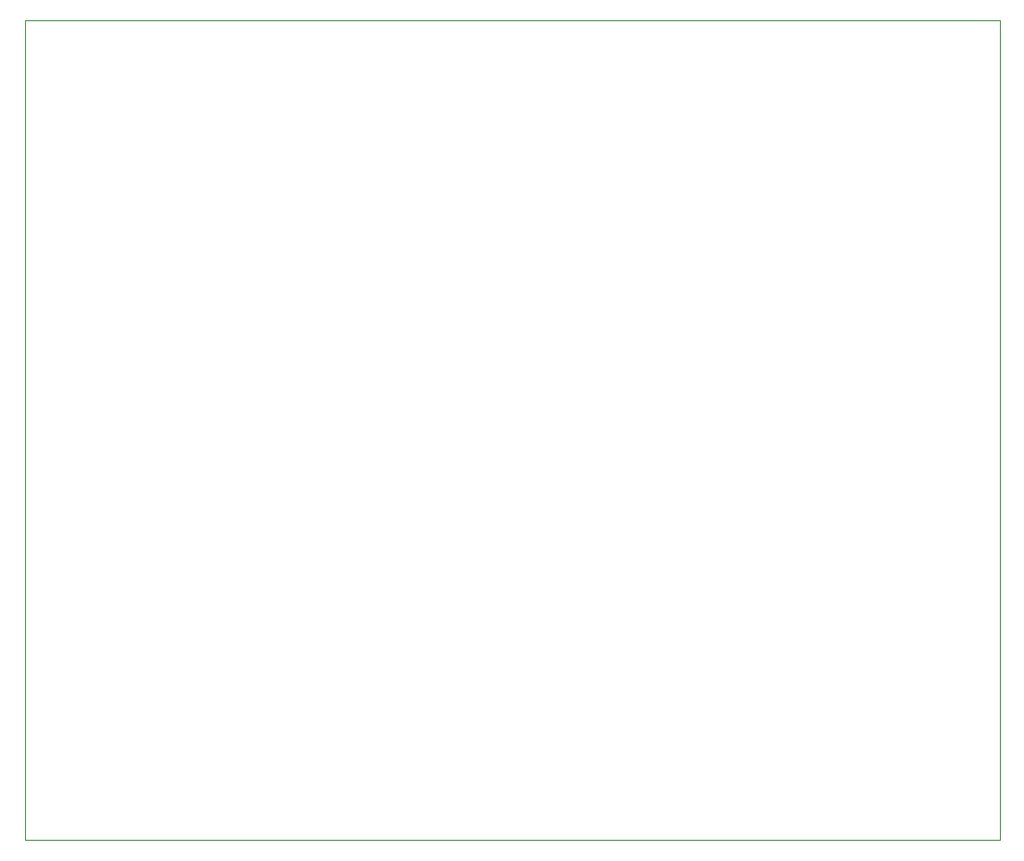
<source format=gbr>
%TF.GenerationSoftware,KiCad,Pcbnew,8.0.8*%
%TF.CreationDate,2025-03-13T10:44:28-05:00*%
%TF.ProjectId,Final Project V1,46696e61-6c20-4507-926f-6a6563742056,rev?*%
%TF.SameCoordinates,Original*%
%TF.FileFunction,Profile,NP*%
%FSLAX46Y46*%
G04 Gerber Fmt 4.6, Leading zero omitted, Abs format (unit mm)*
G04 Created by KiCad (PCBNEW 8.0.8) date 2025-03-13 10:44:28*
%MOMM*%
%LPD*%
G01*
G04 APERTURE LIST*
%TA.AperFunction,Profile*%
%ADD10C,0.050000*%
%TD*%
G04 APERTURE END LIST*
D10*
X145800000Y-68600000D02*
X231400000Y-68600000D01*
X231400000Y-140600000D01*
X145800000Y-140600000D01*
X145800000Y-68600000D01*
M02*

</source>
